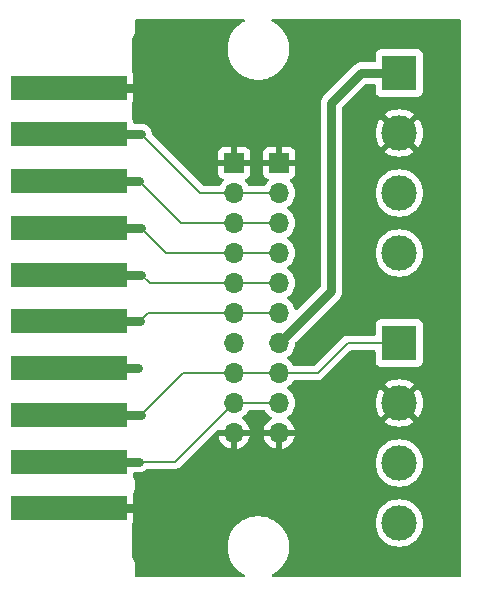
<source format=gbl>
G04 #@! TF.GenerationSoftware,KiCad,Pcbnew,8.0.3*
G04 #@! TF.CreationDate,2024-06-20T09:06:03+12:00*
G04 #@! TF.ProjectId,crt_card_edge_adapter,6372745f-6361-4726-945f-656467655f61,rev?*
G04 #@! TF.SameCoordinates,Original*
G04 #@! TF.FileFunction,Copper,L2,Bot*
G04 #@! TF.FilePolarity,Positive*
%FSLAX46Y46*%
G04 Gerber Fmt 4.6, Leading zero omitted, Abs format (unit mm)*
G04 Created by KiCad (PCBNEW 8.0.3) date 2024-06-20 09:06:03*
%MOMM*%
%LPD*%
G01*
G04 APERTURE LIST*
G04 #@! TA.AperFunction,ComponentPad*
%ADD10R,3.000000X3.000000*%
G04 #@! TD*
G04 #@! TA.AperFunction,ComponentPad*
%ADD11C,3.000000*%
G04 #@! TD*
G04 #@! TA.AperFunction,ConnectorPad*
%ADD12R,9.800000X2.100000*%
G04 #@! TD*
G04 #@! TA.AperFunction,ComponentPad*
%ADD13R,1.700000X1.700000*%
G04 #@! TD*
G04 #@! TA.AperFunction,ComponentPad*
%ADD14O,1.700000X1.700000*%
G04 #@! TD*
G04 #@! TA.AperFunction,ViaPad*
%ADD15C,0.600000*%
G04 #@! TD*
G04 #@! TA.AperFunction,Conductor*
%ADD16C,0.800000*%
G04 #@! TD*
G04 #@! TA.AperFunction,Conductor*
%ADD17C,0.200000*%
G04 #@! TD*
G04 APERTURE END LIST*
D10*
X119380000Y-73660000D03*
D11*
X119380000Y-78740000D03*
X119380000Y-83820000D03*
X119380000Y-88900000D03*
D10*
X119380000Y-96520000D03*
D11*
X119380000Y-101600000D03*
X119380000Y-106680000D03*
X119380000Y-111760000D03*
D12*
X91440000Y-74890000D03*
X91440000Y-78850000D03*
X91440000Y-82810000D03*
X91440000Y-86770000D03*
X91440000Y-90730000D03*
X91440000Y-94690000D03*
X91440000Y-98650000D03*
X91440000Y-102610000D03*
X91440000Y-106570000D03*
X91440000Y-110530000D03*
D13*
X105410000Y-81280000D03*
D14*
X105410000Y-83820000D03*
X105410000Y-86360000D03*
X105410000Y-88900000D03*
X105410000Y-91440000D03*
X105410000Y-93980000D03*
X105410000Y-96520000D03*
X105410000Y-99060000D03*
X105410000Y-101600000D03*
X105410000Y-104140000D03*
D13*
X109220000Y-81280000D03*
D14*
X109220000Y-83820000D03*
X109220000Y-86360000D03*
X109220000Y-88900000D03*
X109220000Y-91440000D03*
X109220000Y-93980000D03*
X109220000Y-96520000D03*
X109220000Y-99060000D03*
X109220000Y-101600000D03*
X109220000Y-104140000D03*
D15*
X97282000Y-110530000D03*
X97536000Y-74930000D03*
X97231200Y-98602800D03*
X97536000Y-90728800D03*
X97383600Y-82804000D03*
X97536000Y-78841600D03*
X97485200Y-102616000D03*
X97485200Y-86766400D03*
X97434400Y-94691200D03*
X97332800Y-106578400D03*
D16*
X91440000Y-74890000D02*
X97496000Y-74890000D01*
X97282000Y-110530000D02*
X91440000Y-110530000D01*
X109220000Y-96520000D02*
X113639600Y-92100400D01*
X97184000Y-98650000D02*
X97231200Y-98602800D01*
X113639600Y-76200000D02*
X116179600Y-73660000D01*
X116179600Y-73660000D02*
X119380000Y-73660000D01*
X91440000Y-98650000D02*
X97184000Y-98650000D01*
X113639600Y-92100400D02*
X113639600Y-76200000D01*
D17*
X98247200Y-91440000D02*
X97536000Y-90728800D01*
D16*
X91440000Y-90730000D02*
X97534800Y-90730000D01*
X97534800Y-90730000D02*
X97536000Y-90728800D01*
D17*
X105410000Y-91440000D02*
X98247200Y-91440000D01*
X105410000Y-91440000D02*
X109220000Y-91440000D01*
X105410000Y-86360000D02*
X100939600Y-86360000D01*
D16*
X91440000Y-82810000D02*
X97377600Y-82810000D01*
D17*
X100939600Y-86360000D02*
X97383600Y-82804000D01*
X109220000Y-86360000D02*
X105410000Y-86360000D01*
D16*
X97377600Y-82810000D02*
X97383600Y-82804000D01*
D17*
X105410000Y-83820000D02*
X102514400Y-83820000D01*
X102514400Y-83820000D02*
X97536000Y-78841600D01*
D16*
X97527600Y-78850000D02*
X97536000Y-78841600D01*
D17*
X109220000Y-83820000D02*
X105410000Y-83820000D01*
D16*
X91440000Y-78850000D02*
X97527600Y-78850000D01*
X97485200Y-102616000D02*
X97479200Y-102610000D01*
D17*
X105410000Y-99060000D02*
X101041200Y-99060000D01*
D16*
X91440000Y-102610000D02*
X97479200Y-102610000D01*
D17*
X109220000Y-99060000D02*
X112471200Y-99060000D01*
X112471200Y-99060000D02*
X115011200Y-96520000D01*
X101041200Y-99060000D02*
X97485200Y-102616000D01*
X105410000Y-99060000D02*
X109220000Y-99060000D01*
X115011200Y-96520000D02*
X119380000Y-96520000D01*
D16*
X91440000Y-86770000D02*
X97481600Y-86770000D01*
X97481600Y-86770000D02*
X97485200Y-86766400D01*
D17*
X109220000Y-88900000D02*
X105410000Y-88900000D01*
X99618800Y-88900000D02*
X97485200Y-86766400D01*
X105410000Y-88900000D02*
X99618800Y-88900000D01*
X98145600Y-93980000D02*
X97434400Y-94691200D01*
X105410000Y-93980000D02*
X109220000Y-93980000D01*
X105410000Y-93980000D02*
X98145600Y-93980000D01*
D16*
X91440000Y-94690000D02*
X97434400Y-94691200D01*
X97434400Y-94691200D02*
X97435600Y-94690000D01*
D17*
X105410000Y-101600000D02*
X100431600Y-106578400D01*
X100431600Y-106578400D02*
X97332800Y-106578400D01*
X105410000Y-101600000D02*
X109220000Y-101600000D01*
D16*
X97332800Y-106578400D02*
X97324400Y-106570000D01*
X91440000Y-106570000D02*
X97324400Y-106570000D01*
G04 #@! TA.AperFunction,Conductor*
G36*
X106262155Y-69100185D02*
G01*
X106307910Y-69152989D01*
X106317854Y-69222147D01*
X106288829Y-69285703D01*
X106248918Y-69316220D01*
X106182109Y-69348393D01*
X105934795Y-69503791D01*
X105706435Y-69685901D01*
X105499901Y-69892435D01*
X105317791Y-70120795D01*
X105162393Y-70368109D01*
X105035665Y-70631261D01*
X104939197Y-70906953D01*
X104939196Y-70906955D01*
X104874202Y-71191714D01*
X104874199Y-71191728D01*
X104841500Y-71481952D01*
X104841500Y-71774047D01*
X104874199Y-72064271D01*
X104874201Y-72064283D01*
X104874202Y-72064286D01*
X104885122Y-72112128D01*
X104939196Y-72349044D01*
X104939197Y-72349046D01*
X105035665Y-72624738D01*
X105162393Y-72887890D01*
X105162395Y-72887893D01*
X105317792Y-73135206D01*
X105499902Y-73363565D01*
X105706435Y-73570098D01*
X105934794Y-73752208D01*
X106182107Y-73907605D01*
X106445263Y-74034335D01*
X106720955Y-74130803D01*
X107005714Y-74195798D01*
X107005723Y-74195799D01*
X107005728Y-74195800D01*
X107199210Y-74217599D01*
X107295953Y-74228499D01*
X107295956Y-74228500D01*
X107295959Y-74228500D01*
X107588044Y-74228500D01*
X107588045Y-74228499D01*
X107736371Y-74211787D01*
X107878271Y-74195800D01*
X107878274Y-74195799D01*
X107878286Y-74195798D01*
X108163045Y-74130803D01*
X108438737Y-74034335D01*
X108701893Y-73907605D01*
X108949206Y-73752208D01*
X109177565Y-73570098D01*
X109384098Y-73363565D01*
X109566208Y-73135206D01*
X109721605Y-72887893D01*
X109848335Y-72624737D01*
X109944803Y-72349045D01*
X110009798Y-72064286D01*
X110042500Y-71774041D01*
X110042500Y-71481959D01*
X110009798Y-71191714D01*
X109944803Y-70906955D01*
X109848335Y-70631263D01*
X109766917Y-70462198D01*
X109721606Y-70368109D01*
X109721605Y-70368107D01*
X109566208Y-70120794D01*
X109384098Y-69892435D01*
X109177565Y-69685902D01*
X108949206Y-69503792D01*
X108701893Y-69348395D01*
X108701890Y-69348393D01*
X108635082Y-69316220D01*
X108583223Y-69269397D01*
X108564910Y-69201970D01*
X108585958Y-69135346D01*
X108639684Y-69090678D01*
X108688884Y-69080500D01*
X124470500Y-69080500D01*
X124537539Y-69100185D01*
X124583294Y-69152989D01*
X124594500Y-69204500D01*
X124594500Y-116215500D01*
X124574815Y-116282539D01*
X124522011Y-116328294D01*
X124470500Y-116339500D01*
X108688884Y-116339500D01*
X108621845Y-116319815D01*
X108576090Y-116267011D01*
X108566146Y-116197853D01*
X108595171Y-116134297D01*
X108635082Y-116103780D01*
X108663431Y-116090127D01*
X108701893Y-116071605D01*
X108949206Y-115916208D01*
X109177565Y-115734098D01*
X109384098Y-115527565D01*
X109566208Y-115299206D01*
X109721605Y-115051893D01*
X109848335Y-114788737D01*
X109944803Y-114513045D01*
X110009798Y-114228286D01*
X110042500Y-113938041D01*
X110042500Y-113645959D01*
X110020109Y-113447226D01*
X110009800Y-113355728D01*
X110009799Y-113355723D01*
X110009798Y-113355714D01*
X109944803Y-113070955D01*
X109848335Y-112795263D01*
X109721605Y-112532107D01*
X109566208Y-112284794D01*
X109384098Y-112056435D01*
X109177565Y-111849902D01*
X109064829Y-111759998D01*
X117374390Y-111759998D01*
X117374390Y-111760001D01*
X117394804Y-112045433D01*
X117455628Y-112325037D01*
X117555635Y-112593166D01*
X117692770Y-112844309D01*
X117692775Y-112844317D01*
X117864254Y-113073387D01*
X117864270Y-113073405D01*
X118066594Y-113275729D01*
X118066612Y-113275745D01*
X118295682Y-113447224D01*
X118295690Y-113447229D01*
X118546833Y-113584364D01*
X118546832Y-113584364D01*
X118546836Y-113584365D01*
X118546839Y-113584367D01*
X118814954Y-113684369D01*
X118814960Y-113684370D01*
X118814962Y-113684371D01*
X119094566Y-113745195D01*
X119094568Y-113745195D01*
X119094572Y-113745196D01*
X119348220Y-113763337D01*
X119379999Y-113765610D01*
X119380000Y-113765610D01*
X119380001Y-113765610D01*
X119408595Y-113763564D01*
X119665428Y-113745196D01*
X119945046Y-113684369D01*
X120213161Y-113584367D01*
X120464315Y-113447226D01*
X120693395Y-113275739D01*
X120895739Y-113073395D01*
X121067226Y-112844315D01*
X121204367Y-112593161D01*
X121304369Y-112325046D01*
X121365196Y-112045428D01*
X121385610Y-111760000D01*
X121365196Y-111474572D01*
X121324870Y-111289197D01*
X121304371Y-111194962D01*
X121304370Y-111194960D01*
X121304369Y-111194954D01*
X121204367Y-110926839D01*
X121067226Y-110675685D01*
X121067224Y-110675682D01*
X120895745Y-110446612D01*
X120895729Y-110446594D01*
X120693405Y-110244270D01*
X120693387Y-110244254D01*
X120464317Y-110072775D01*
X120464309Y-110072770D01*
X120213166Y-109935635D01*
X120213167Y-109935635D01*
X120105915Y-109895632D01*
X119945046Y-109835631D01*
X119945043Y-109835630D01*
X119945037Y-109835628D01*
X119665433Y-109774804D01*
X119380001Y-109754390D01*
X119379999Y-109754390D01*
X119094566Y-109774804D01*
X118814962Y-109835628D01*
X118546833Y-109935635D01*
X118295690Y-110072770D01*
X118295682Y-110072775D01*
X118066612Y-110244254D01*
X118066594Y-110244270D01*
X117864270Y-110446594D01*
X117864254Y-110446612D01*
X117692775Y-110675682D01*
X117692770Y-110675690D01*
X117555635Y-110926833D01*
X117455628Y-111194962D01*
X117394804Y-111474566D01*
X117374390Y-111759998D01*
X109064829Y-111759998D01*
X108949206Y-111667792D01*
X108701893Y-111512395D01*
X108701890Y-111512393D01*
X108438738Y-111385665D01*
X108163046Y-111289197D01*
X108163044Y-111289196D01*
X107943280Y-111239036D01*
X107878286Y-111224202D01*
X107878283Y-111224201D01*
X107878271Y-111224199D01*
X107588047Y-111191500D01*
X107588041Y-111191500D01*
X107295959Y-111191500D01*
X107295952Y-111191500D01*
X107005728Y-111224199D01*
X107005714Y-111224202D01*
X106720955Y-111289196D01*
X106720953Y-111289197D01*
X106445261Y-111385665D01*
X106182109Y-111512393D01*
X105934795Y-111667791D01*
X105706435Y-111849901D01*
X105499901Y-112056435D01*
X105317791Y-112284795D01*
X105162393Y-112532109D01*
X105035665Y-112795261D01*
X104939197Y-113070953D01*
X104939196Y-113070955D01*
X104874202Y-113355714D01*
X104874199Y-113355728D01*
X104841500Y-113645952D01*
X104841500Y-113938047D01*
X104874199Y-114228271D01*
X104874202Y-114228285D01*
X104939196Y-114513044D01*
X104939197Y-114513046D01*
X105035665Y-114788738D01*
X105162393Y-115051890D01*
X105162395Y-115051893D01*
X105317792Y-115299206D01*
X105499902Y-115527565D01*
X105706435Y-115734098D01*
X105934794Y-115916208D01*
X106182107Y-116071605D01*
X106182109Y-116071606D01*
X106248918Y-116103780D01*
X106300777Y-116150603D01*
X106319090Y-116218030D01*
X106298042Y-116284654D01*
X106244316Y-116329322D01*
X106195116Y-116339500D01*
X97144500Y-116339500D01*
X97077461Y-116319815D01*
X97031706Y-116267011D01*
X97020500Y-116215500D01*
X97020500Y-115373398D01*
X97017612Y-115353308D01*
X96990157Y-115162362D01*
X96939695Y-114990500D01*
X96930094Y-114957801D01*
X96930089Y-114957789D01*
X96841528Y-114763866D01*
X96841519Y-114763850D01*
X96793685Y-114689419D01*
X96774000Y-114622379D01*
X96774000Y-111869537D01*
X96781818Y-111826203D01*
X96833597Y-111687376D01*
X96833598Y-111687372D01*
X96839999Y-111627844D01*
X96840000Y-111627827D01*
X96840000Y-110780000D01*
X96774000Y-110780000D01*
X96774000Y-110280000D01*
X96840000Y-110280000D01*
X96840000Y-109432172D01*
X96839999Y-109432155D01*
X96833598Y-109372627D01*
X96833598Y-109372626D01*
X96831548Y-109367130D01*
X96826561Y-109297438D01*
X96837242Y-109267501D01*
X96911301Y-109122153D01*
X96983799Y-108899026D01*
X97020500Y-108667305D01*
X97020500Y-108432695D01*
X96983799Y-108200974D01*
X96916353Y-107993395D01*
X96911302Y-107977849D01*
X96876129Y-107908818D01*
X96837550Y-107833104D01*
X96824655Y-107764436D01*
X96831854Y-107733478D01*
X96834091Y-107727483D01*
X96840500Y-107667873D01*
X96840500Y-107594500D01*
X96860185Y-107527461D01*
X96912989Y-107481706D01*
X96964500Y-107470500D01*
X97189666Y-107470500D01*
X97213858Y-107472883D01*
X97244106Y-107478900D01*
X97244108Y-107478900D01*
X97421493Y-107478900D01*
X97421494Y-107478899D01*
X97595466Y-107444294D01*
X97759346Y-107376412D01*
X97906835Y-107277863D01*
X97969480Y-107215217D01*
X98030801Y-107181734D01*
X98057160Y-107178900D01*
X100344931Y-107178900D01*
X100344947Y-107178901D01*
X100352543Y-107178901D01*
X100510654Y-107178901D01*
X100510657Y-107178901D01*
X100663385Y-107137977D01*
X100713504Y-107109039D01*
X100800316Y-107058920D01*
X100912120Y-106947116D01*
X100912120Y-106947114D01*
X100922328Y-106936907D01*
X100922329Y-106936904D01*
X101179235Y-106679998D01*
X117374390Y-106679998D01*
X117374390Y-106680001D01*
X117394804Y-106965433D01*
X117455628Y-107245037D01*
X117455630Y-107245043D01*
X117455631Y-107245046D01*
X117529947Y-107444294D01*
X117555635Y-107513166D01*
X117692770Y-107764309D01*
X117692775Y-107764317D01*
X117864254Y-107993387D01*
X117864270Y-107993405D01*
X118066594Y-108195729D01*
X118066612Y-108195745D01*
X118295682Y-108367224D01*
X118295690Y-108367229D01*
X118546833Y-108504364D01*
X118546832Y-108504364D01*
X118546836Y-108504365D01*
X118546839Y-108504367D01*
X118814954Y-108604369D01*
X118814960Y-108604370D01*
X118814962Y-108604371D01*
X119094566Y-108665195D01*
X119094568Y-108665195D01*
X119094572Y-108665196D01*
X119348220Y-108683337D01*
X119379999Y-108685610D01*
X119380000Y-108685610D01*
X119380001Y-108685610D01*
X119408595Y-108683564D01*
X119665428Y-108665196D01*
X119945046Y-108604369D01*
X120213161Y-108504367D01*
X120464315Y-108367226D01*
X120693395Y-108195739D01*
X120895739Y-107993395D01*
X121067226Y-107764315D01*
X121204367Y-107513161D01*
X121304369Y-107245046D01*
X121365196Y-106965428D01*
X121385610Y-106680000D01*
X121365196Y-106394572D01*
X121304369Y-106114954D01*
X121204367Y-105846839D01*
X121163493Y-105771985D01*
X121067229Y-105595690D01*
X121067224Y-105595682D01*
X120895745Y-105366612D01*
X120895729Y-105366594D01*
X120693405Y-105164270D01*
X120693387Y-105164254D01*
X120464317Y-104992775D01*
X120464309Y-104992770D01*
X120213166Y-104855635D01*
X120213167Y-104855635D01*
X120105915Y-104815632D01*
X119945046Y-104755631D01*
X119945043Y-104755630D01*
X119945037Y-104755628D01*
X119665433Y-104694804D01*
X119380001Y-104674390D01*
X119379999Y-104674390D01*
X119094566Y-104694804D01*
X118814962Y-104755628D01*
X118546833Y-104855635D01*
X118295690Y-104992770D01*
X118295682Y-104992775D01*
X118066612Y-105164254D01*
X118066594Y-105164270D01*
X117864270Y-105366594D01*
X117864254Y-105366612D01*
X117692775Y-105595682D01*
X117692770Y-105595690D01*
X117555635Y-105846833D01*
X117455628Y-106114962D01*
X117394804Y-106394566D01*
X117374390Y-106679998D01*
X101179235Y-106679998D01*
X103932916Y-103926318D01*
X103994238Y-103892834D01*
X104020596Y-103890000D01*
X104976988Y-103890000D01*
X104944075Y-103947007D01*
X104910000Y-104074174D01*
X104910000Y-104205826D01*
X104944075Y-104332993D01*
X104976988Y-104390000D01*
X104079364Y-104390000D01*
X104136567Y-104603486D01*
X104136570Y-104603492D01*
X104236399Y-104817578D01*
X104371894Y-105011082D01*
X104538917Y-105178105D01*
X104732421Y-105313600D01*
X104946507Y-105413429D01*
X104946516Y-105413433D01*
X105160000Y-105470634D01*
X105160000Y-104573012D01*
X105217007Y-104605925D01*
X105344174Y-104640000D01*
X105475826Y-104640000D01*
X105602993Y-104605925D01*
X105660000Y-104573012D01*
X105660000Y-105470633D01*
X105873483Y-105413433D01*
X105873492Y-105413429D01*
X106087578Y-105313600D01*
X106281082Y-105178105D01*
X106448105Y-105011082D01*
X106583600Y-104817578D01*
X106683429Y-104603492D01*
X106683432Y-104603486D01*
X106740636Y-104390000D01*
X105843012Y-104390000D01*
X105875925Y-104332993D01*
X105910000Y-104205826D01*
X105910000Y-104074174D01*
X105875925Y-103947007D01*
X105843012Y-103890000D01*
X106740636Y-103890000D01*
X106740635Y-103889999D01*
X106683432Y-103676513D01*
X106683429Y-103676507D01*
X106583600Y-103462422D01*
X106583599Y-103462420D01*
X106448113Y-103268926D01*
X106448108Y-103268920D01*
X106281078Y-103101890D01*
X106095405Y-102971879D01*
X106051780Y-102917302D01*
X106044588Y-102847804D01*
X106076110Y-102785449D01*
X106095406Y-102768730D01*
X106281401Y-102638495D01*
X106448495Y-102471401D01*
X106584035Y-102277830D01*
X106586707Y-102272097D01*
X106632878Y-102219658D01*
X106699091Y-102200500D01*
X107930909Y-102200500D01*
X107997948Y-102220185D01*
X108043292Y-102272097D01*
X108045965Y-102277830D01*
X108045966Y-102277831D01*
X108181501Y-102471395D01*
X108181506Y-102471402D01*
X108348597Y-102638493D01*
X108348603Y-102638498D01*
X108534594Y-102768730D01*
X108578219Y-102823307D01*
X108585413Y-102892805D01*
X108553890Y-102955160D01*
X108534595Y-102971880D01*
X108348922Y-103101890D01*
X108348920Y-103101891D01*
X108181891Y-103268920D01*
X108181886Y-103268926D01*
X108046400Y-103462420D01*
X108046399Y-103462422D01*
X107946570Y-103676507D01*
X107946567Y-103676513D01*
X107889364Y-103889999D01*
X107889364Y-103890000D01*
X108786988Y-103890000D01*
X108754075Y-103947007D01*
X108720000Y-104074174D01*
X108720000Y-104205826D01*
X108754075Y-104332993D01*
X108786988Y-104390000D01*
X107889364Y-104390000D01*
X107946567Y-104603486D01*
X107946570Y-104603492D01*
X108046399Y-104817578D01*
X108181894Y-105011082D01*
X108348917Y-105178105D01*
X108542421Y-105313600D01*
X108756507Y-105413429D01*
X108756516Y-105413433D01*
X108970000Y-105470634D01*
X108970000Y-104573012D01*
X109027007Y-104605925D01*
X109154174Y-104640000D01*
X109285826Y-104640000D01*
X109412993Y-104605925D01*
X109470000Y-104573012D01*
X109470000Y-105470633D01*
X109683483Y-105413433D01*
X109683492Y-105413429D01*
X109897578Y-105313600D01*
X110091082Y-105178105D01*
X110258105Y-105011082D01*
X110393600Y-104817578D01*
X110493429Y-104603492D01*
X110493432Y-104603486D01*
X110550636Y-104390000D01*
X109653012Y-104390000D01*
X109685925Y-104332993D01*
X109720000Y-104205826D01*
X109720000Y-104074174D01*
X109685925Y-103947007D01*
X109653012Y-103890000D01*
X110550636Y-103890000D01*
X110550635Y-103889999D01*
X110493432Y-103676513D01*
X110493429Y-103676507D01*
X110393600Y-103462422D01*
X110393599Y-103462420D01*
X110258113Y-103268926D01*
X110258108Y-103268920D01*
X110091078Y-103101890D01*
X109905405Y-102971879D01*
X109861780Y-102917302D01*
X109854588Y-102847804D01*
X109886110Y-102785449D01*
X109905406Y-102768730D01*
X110091401Y-102638495D01*
X110258495Y-102471401D01*
X110394035Y-102277830D01*
X110493903Y-102063663D01*
X110555063Y-101835408D01*
X110575659Y-101600000D01*
X110575659Y-101599998D01*
X117374891Y-101599998D01*
X117374891Y-101600001D01*
X117395300Y-101885362D01*
X117456109Y-102164895D01*
X117556091Y-102432958D01*
X117693191Y-102684038D01*
X117693196Y-102684046D01*
X117799882Y-102826561D01*
X117799883Y-102826562D01*
X118694767Y-101931677D01*
X118706497Y-101959995D01*
X118789670Y-102084472D01*
X118895528Y-102190330D01*
X119020005Y-102273503D01*
X119048320Y-102285231D01*
X118153436Y-103180115D01*
X118295960Y-103286807D01*
X118295961Y-103286808D01*
X118547042Y-103423908D01*
X118547041Y-103423908D01*
X118815104Y-103523890D01*
X119094637Y-103584699D01*
X119379999Y-103605109D01*
X119380001Y-103605109D01*
X119665362Y-103584699D01*
X119944895Y-103523890D01*
X120212958Y-103423908D01*
X120464047Y-103286803D01*
X120606561Y-103180116D01*
X120606562Y-103180115D01*
X119711679Y-102285231D01*
X119739995Y-102273503D01*
X119864472Y-102190330D01*
X119970330Y-102084472D01*
X120053503Y-101959995D01*
X120065231Y-101931678D01*
X120960115Y-102826562D01*
X120960116Y-102826561D01*
X121066803Y-102684047D01*
X121203908Y-102432958D01*
X121303890Y-102164895D01*
X121364699Y-101885362D01*
X121385109Y-101600001D01*
X121385109Y-101599998D01*
X121364699Y-101314637D01*
X121303890Y-101035104D01*
X121203908Y-100767041D01*
X121066808Y-100515961D01*
X121066807Y-100515960D01*
X120960115Y-100373436D01*
X120065231Y-101268320D01*
X120053503Y-101240005D01*
X119970330Y-101115528D01*
X119864472Y-101009670D01*
X119739995Y-100926497D01*
X119711678Y-100914767D01*
X120606562Y-100019883D01*
X120606561Y-100019882D01*
X120464046Y-99913196D01*
X120464038Y-99913191D01*
X120212957Y-99776091D01*
X120212958Y-99776091D01*
X119944895Y-99676109D01*
X119665362Y-99615300D01*
X119380001Y-99594891D01*
X119379999Y-99594891D01*
X119094637Y-99615300D01*
X118815104Y-99676109D01*
X118547041Y-99776091D01*
X118295961Y-99913191D01*
X118295953Y-99913196D01*
X118153437Y-100019882D01*
X118153436Y-100019883D01*
X119048321Y-100914767D01*
X119020005Y-100926497D01*
X118895528Y-101009670D01*
X118789670Y-101115528D01*
X118706497Y-101240005D01*
X118694768Y-101268321D01*
X117799883Y-100373436D01*
X117799882Y-100373437D01*
X117693196Y-100515953D01*
X117693191Y-100515961D01*
X117556091Y-100767041D01*
X117456109Y-101035104D01*
X117395300Y-101314637D01*
X117374891Y-101599998D01*
X110575659Y-101599998D01*
X110555063Y-101364592D01*
X110493903Y-101136337D01*
X110394035Y-100922171D01*
X110394034Y-100922169D01*
X110258494Y-100728597D01*
X110091402Y-100561506D01*
X110091396Y-100561501D01*
X109905842Y-100431575D01*
X109862217Y-100376998D01*
X109855023Y-100307500D01*
X109886546Y-100245145D01*
X109905842Y-100228425D01*
X109954876Y-100194091D01*
X110091401Y-100098495D01*
X110258495Y-99931401D01*
X110394035Y-99737830D01*
X110396707Y-99732097D01*
X110442878Y-99679658D01*
X110509091Y-99660500D01*
X112384531Y-99660500D01*
X112384547Y-99660501D01*
X112392143Y-99660501D01*
X112550254Y-99660501D01*
X112550257Y-99660501D01*
X112702985Y-99619577D01*
X112753104Y-99590639D01*
X112839916Y-99540520D01*
X112951720Y-99428716D01*
X112951720Y-99428714D01*
X112961928Y-99418507D01*
X112961929Y-99418504D01*
X115223616Y-97156819D01*
X115284939Y-97123334D01*
X115311297Y-97120500D01*
X117255501Y-97120500D01*
X117322540Y-97140185D01*
X117368295Y-97192989D01*
X117379501Y-97244500D01*
X117379501Y-98067876D01*
X117385908Y-98127483D01*
X117436202Y-98262328D01*
X117436206Y-98262335D01*
X117522452Y-98377544D01*
X117522455Y-98377547D01*
X117637664Y-98463793D01*
X117637671Y-98463797D01*
X117772517Y-98514091D01*
X117772516Y-98514091D01*
X117779444Y-98514835D01*
X117832127Y-98520500D01*
X120927872Y-98520499D01*
X120987483Y-98514091D01*
X121122331Y-98463796D01*
X121237546Y-98377546D01*
X121323796Y-98262331D01*
X121374091Y-98127483D01*
X121380500Y-98067873D01*
X121380499Y-94972128D01*
X121374091Y-94912517D01*
X121351296Y-94851401D01*
X121323797Y-94777671D01*
X121323793Y-94777664D01*
X121237547Y-94662455D01*
X121237544Y-94662452D01*
X121122335Y-94576206D01*
X121122328Y-94576202D01*
X120987482Y-94525908D01*
X120987483Y-94525908D01*
X120927883Y-94519501D01*
X120927881Y-94519500D01*
X120927873Y-94519500D01*
X120927864Y-94519500D01*
X117832129Y-94519500D01*
X117832123Y-94519501D01*
X117772516Y-94525908D01*
X117637671Y-94576202D01*
X117637664Y-94576206D01*
X117522455Y-94662452D01*
X117522452Y-94662455D01*
X117436206Y-94777664D01*
X117436202Y-94777671D01*
X117385908Y-94912517D01*
X117381593Y-94952658D01*
X117379501Y-94972123D01*
X117379500Y-94972135D01*
X117379500Y-95795500D01*
X117359815Y-95862539D01*
X117307011Y-95908294D01*
X117255500Y-95919500D01*
X114932140Y-95919500D01*
X114891219Y-95930464D01*
X114891219Y-95930465D01*
X114853951Y-95940451D01*
X114779414Y-95960423D01*
X114779409Y-95960426D01*
X114642490Y-96039475D01*
X114642482Y-96039481D01*
X114530678Y-96151286D01*
X112258784Y-98423181D01*
X112197461Y-98456666D01*
X112171103Y-98459500D01*
X110509091Y-98459500D01*
X110442052Y-98439815D01*
X110396711Y-98387909D01*
X110394037Y-98382175D01*
X110394034Y-98382170D01*
X110390796Y-98377546D01*
X110310125Y-98262335D01*
X110258494Y-98188597D01*
X110091402Y-98021506D01*
X110091396Y-98021501D01*
X109905842Y-97891575D01*
X109862217Y-97836998D01*
X109855023Y-97767500D01*
X109886546Y-97705145D01*
X109905842Y-97688425D01*
X110016019Y-97611278D01*
X110091401Y-97558495D01*
X110258495Y-97391401D01*
X110394035Y-97197830D01*
X110493903Y-96983663D01*
X110555063Y-96755408D01*
X110575659Y-96520000D01*
X110574088Y-96502052D01*
X110587853Y-96433555D01*
X110609932Y-96403566D01*
X114339063Y-92674436D01*
X114358774Y-92644937D01*
X114437613Y-92526947D01*
X114505494Y-92363066D01*
X114540100Y-92189091D01*
X114540100Y-88899998D01*
X117374390Y-88899998D01*
X117374390Y-88900001D01*
X117394804Y-89185433D01*
X117455628Y-89465037D01*
X117455630Y-89465043D01*
X117455631Y-89465046D01*
X117497698Y-89577831D01*
X117555635Y-89733166D01*
X117692770Y-89984309D01*
X117692775Y-89984317D01*
X117864254Y-90213387D01*
X117864270Y-90213405D01*
X118066594Y-90415729D01*
X118066612Y-90415745D01*
X118295682Y-90587224D01*
X118295690Y-90587229D01*
X118546833Y-90724364D01*
X118546832Y-90724364D01*
X118546836Y-90724365D01*
X118546839Y-90724367D01*
X118814954Y-90824369D01*
X118814960Y-90824370D01*
X118814962Y-90824371D01*
X119094566Y-90885195D01*
X119094568Y-90885195D01*
X119094572Y-90885196D01*
X119348220Y-90903337D01*
X119379999Y-90905610D01*
X119380000Y-90905610D01*
X119380001Y-90905610D01*
X119408595Y-90903564D01*
X119665428Y-90885196D01*
X119945046Y-90824369D01*
X120213161Y-90724367D01*
X120464315Y-90587226D01*
X120693395Y-90415739D01*
X120895739Y-90213395D01*
X121067226Y-89984315D01*
X121204367Y-89733161D01*
X121304369Y-89465046D01*
X121305559Y-89459575D01*
X121365195Y-89185433D01*
X121365195Y-89185432D01*
X121365196Y-89185428D01*
X121385610Y-88900000D01*
X121365196Y-88614572D01*
X121326423Y-88436337D01*
X121304371Y-88334962D01*
X121304370Y-88334960D01*
X121304369Y-88334954D01*
X121204367Y-88066839D01*
X121201905Y-88062331D01*
X121067229Y-87815690D01*
X121067224Y-87815682D01*
X120895745Y-87586612D01*
X120895729Y-87586594D01*
X120693405Y-87384270D01*
X120693387Y-87384254D01*
X120464317Y-87212775D01*
X120464309Y-87212770D01*
X120213166Y-87075635D01*
X120213167Y-87075635D01*
X120096442Y-87032099D01*
X119945046Y-86975631D01*
X119945043Y-86975630D01*
X119945037Y-86975628D01*
X119665433Y-86914804D01*
X119380001Y-86894390D01*
X119379999Y-86894390D01*
X119094566Y-86914804D01*
X118814962Y-86975628D01*
X118546833Y-87075635D01*
X118295690Y-87212770D01*
X118295682Y-87212775D01*
X118066612Y-87384254D01*
X118066594Y-87384270D01*
X117864270Y-87586594D01*
X117864254Y-87586612D01*
X117692775Y-87815682D01*
X117692770Y-87815690D01*
X117555635Y-88066833D01*
X117455628Y-88334962D01*
X117394804Y-88614566D01*
X117374390Y-88899998D01*
X114540100Y-88899998D01*
X114540100Y-83819998D01*
X117374390Y-83819998D01*
X117374390Y-83820001D01*
X117394804Y-84105433D01*
X117455628Y-84385037D01*
X117455630Y-84385043D01*
X117455631Y-84385046D01*
X117497698Y-84497831D01*
X117555635Y-84653166D01*
X117692770Y-84904309D01*
X117692775Y-84904317D01*
X117864254Y-85133387D01*
X117864270Y-85133405D01*
X118066594Y-85335729D01*
X118066612Y-85335745D01*
X118295682Y-85507224D01*
X118295690Y-85507229D01*
X118546833Y-85644364D01*
X118546832Y-85644364D01*
X118546836Y-85644365D01*
X118546839Y-85644367D01*
X118814954Y-85744369D01*
X118814960Y-85744370D01*
X118814962Y-85744371D01*
X119094566Y-85805195D01*
X119094568Y-85805195D01*
X119094572Y-85805196D01*
X119348220Y-85823337D01*
X119379999Y-85825610D01*
X119380000Y-85825610D01*
X119380001Y-85825610D01*
X119408595Y-85823564D01*
X119665428Y-85805196D01*
X119945046Y-85744369D01*
X120213161Y-85644367D01*
X120464315Y-85507226D01*
X120693395Y-85335739D01*
X120895739Y-85133395D01*
X121067226Y-84904315D01*
X121204367Y-84653161D01*
X121304369Y-84385046D01*
X121322044Y-84303796D01*
X121365195Y-84105433D01*
X121365195Y-84105432D01*
X121365196Y-84105428D01*
X121385610Y-83820000D01*
X121365196Y-83534572D01*
X121326423Y-83356337D01*
X121304371Y-83254962D01*
X121304370Y-83254960D01*
X121304369Y-83254954D01*
X121204367Y-82986839D01*
X121183486Y-82948599D01*
X121067229Y-82735690D01*
X121067224Y-82735682D01*
X120895745Y-82506612D01*
X120895729Y-82506594D01*
X120693405Y-82304270D01*
X120693387Y-82304254D01*
X120464317Y-82132775D01*
X120464309Y-82132770D01*
X120213166Y-81995635D01*
X120213167Y-81995635D01*
X120105915Y-81955632D01*
X119945046Y-81895631D01*
X119945043Y-81895630D01*
X119945037Y-81895628D01*
X119665433Y-81834804D01*
X119380001Y-81814390D01*
X119379999Y-81814390D01*
X119094566Y-81834804D01*
X118814962Y-81895628D01*
X118546833Y-81995635D01*
X118295690Y-82132770D01*
X118295682Y-82132775D01*
X118066612Y-82304254D01*
X118066594Y-82304270D01*
X117864270Y-82506594D01*
X117864254Y-82506612D01*
X117692775Y-82735682D01*
X117692770Y-82735690D01*
X117555635Y-82986833D01*
X117455628Y-83254962D01*
X117394804Y-83534566D01*
X117374390Y-83819998D01*
X114540100Y-83819998D01*
X114540100Y-78739998D01*
X117374891Y-78739998D01*
X117374891Y-78740001D01*
X117395300Y-79025362D01*
X117456109Y-79304895D01*
X117556091Y-79572958D01*
X117693191Y-79824038D01*
X117693196Y-79824046D01*
X117799882Y-79966561D01*
X117799883Y-79966562D01*
X118694767Y-79071677D01*
X118706497Y-79099995D01*
X118789670Y-79224472D01*
X118895528Y-79330330D01*
X119020005Y-79413503D01*
X119048320Y-79425231D01*
X118153436Y-80320115D01*
X118295960Y-80426807D01*
X118295961Y-80426808D01*
X118547042Y-80563908D01*
X118547041Y-80563908D01*
X118815104Y-80663890D01*
X119094637Y-80724699D01*
X119379999Y-80745109D01*
X119380001Y-80745109D01*
X119665362Y-80724699D01*
X119944895Y-80663890D01*
X120212958Y-80563908D01*
X120464047Y-80426803D01*
X120606561Y-80320116D01*
X120606562Y-80320115D01*
X119711679Y-79425231D01*
X119739995Y-79413503D01*
X119864472Y-79330330D01*
X119970330Y-79224472D01*
X120053503Y-79099995D01*
X120065231Y-79071678D01*
X120960115Y-79966562D01*
X120960116Y-79966561D01*
X121066803Y-79824047D01*
X121203908Y-79572958D01*
X121303890Y-79304895D01*
X121364699Y-79025362D01*
X121385109Y-78740001D01*
X121385109Y-78739998D01*
X121364699Y-78454637D01*
X121303890Y-78175104D01*
X121203908Y-77907041D01*
X121066808Y-77655961D01*
X121066807Y-77655960D01*
X120960115Y-77513436D01*
X120065231Y-78408320D01*
X120053503Y-78380005D01*
X119970330Y-78255528D01*
X119864472Y-78149670D01*
X119739995Y-78066497D01*
X119711678Y-78054767D01*
X120606562Y-77159883D01*
X120606561Y-77159882D01*
X120464046Y-77053196D01*
X120464038Y-77053191D01*
X120212957Y-76916091D01*
X120212958Y-76916091D01*
X119944895Y-76816109D01*
X119665362Y-76755300D01*
X119380001Y-76734891D01*
X119379999Y-76734891D01*
X119094637Y-76755300D01*
X118815104Y-76816109D01*
X118547041Y-76916091D01*
X118295961Y-77053191D01*
X118295953Y-77053196D01*
X118153437Y-77159882D01*
X118153436Y-77159883D01*
X119048321Y-78054767D01*
X119020005Y-78066497D01*
X118895528Y-78149670D01*
X118789670Y-78255528D01*
X118706497Y-78380005D01*
X118694768Y-78408321D01*
X117799883Y-77513436D01*
X117799882Y-77513437D01*
X117693196Y-77655953D01*
X117693191Y-77655961D01*
X117556091Y-77907041D01*
X117456109Y-78175104D01*
X117395300Y-78454637D01*
X117374891Y-78739998D01*
X114540100Y-78739998D01*
X114540100Y-76624361D01*
X114559785Y-76557322D01*
X114576419Y-76536680D01*
X116516280Y-74596819D01*
X116577603Y-74563334D01*
X116603961Y-74560500D01*
X117255501Y-74560500D01*
X117322540Y-74580185D01*
X117368295Y-74632989D01*
X117379501Y-74684500D01*
X117379501Y-75207876D01*
X117385908Y-75267483D01*
X117436202Y-75402328D01*
X117436206Y-75402335D01*
X117522452Y-75517544D01*
X117522455Y-75517547D01*
X117637664Y-75603793D01*
X117637671Y-75603797D01*
X117772517Y-75654091D01*
X117772516Y-75654091D01*
X117779444Y-75654835D01*
X117832127Y-75660500D01*
X120927872Y-75660499D01*
X120987483Y-75654091D01*
X121122331Y-75603796D01*
X121237546Y-75517546D01*
X121323796Y-75402331D01*
X121374091Y-75267483D01*
X121380500Y-75207873D01*
X121380499Y-72112128D01*
X121374091Y-72052517D01*
X121323796Y-71917669D01*
X121323795Y-71917668D01*
X121323793Y-71917664D01*
X121237547Y-71802455D01*
X121237544Y-71802452D01*
X121122335Y-71716206D01*
X121122328Y-71716202D01*
X120987482Y-71665908D01*
X120987483Y-71665908D01*
X120927883Y-71659501D01*
X120927881Y-71659500D01*
X120927873Y-71659500D01*
X120927864Y-71659500D01*
X117832129Y-71659500D01*
X117832123Y-71659501D01*
X117772516Y-71665908D01*
X117637671Y-71716202D01*
X117637664Y-71716206D01*
X117522455Y-71802452D01*
X117522452Y-71802455D01*
X117436206Y-71917664D01*
X117436202Y-71917671D01*
X117385908Y-72052517D01*
X117379501Y-72112116D01*
X117379501Y-72112123D01*
X117379500Y-72112135D01*
X117379500Y-72635500D01*
X117359815Y-72702539D01*
X117307011Y-72748294D01*
X117255500Y-72759500D01*
X116090906Y-72759500D01*
X115916941Y-72794103D01*
X115916932Y-72794106D01*
X115753059Y-72861983D01*
X115753046Y-72861990D01*
X115605566Y-72960534D01*
X115605564Y-72960537D01*
X112940140Y-75625958D01*
X112940134Y-75625965D01*
X112917061Y-75660498D01*
X112917061Y-75660499D01*
X112841585Y-75773455D01*
X112807646Y-75855393D01*
X112773706Y-75937329D01*
X112773703Y-75937341D01*
X112739100Y-76111303D01*
X112739100Y-91676038D01*
X112719415Y-91743077D01*
X112702781Y-91763719D01*
X110742190Y-93724309D01*
X110680867Y-93757794D01*
X110611175Y-93752810D01*
X110555242Y-93710938D01*
X110534734Y-93668721D01*
X110493905Y-93516344D01*
X110493904Y-93516343D01*
X110493903Y-93516337D01*
X110394035Y-93302171D01*
X110394034Y-93302169D01*
X110258494Y-93108597D01*
X110091402Y-92941506D01*
X110091396Y-92941501D01*
X109905842Y-92811575D01*
X109862217Y-92756998D01*
X109855023Y-92687500D01*
X109886546Y-92625145D01*
X109905842Y-92608425D01*
X110022214Y-92526940D01*
X110091401Y-92478495D01*
X110258495Y-92311401D01*
X110394035Y-92117830D01*
X110493903Y-91903663D01*
X110555063Y-91675408D01*
X110575659Y-91440000D01*
X110555063Y-91204592D01*
X110493903Y-90976337D01*
X110394035Y-90762171D01*
X110394034Y-90762169D01*
X110258494Y-90568597D01*
X110091402Y-90401506D01*
X110091396Y-90401501D01*
X109905842Y-90271575D01*
X109862217Y-90216998D01*
X109855023Y-90147500D01*
X109886546Y-90085145D01*
X109905842Y-90068425D01*
X109961667Y-90029336D01*
X110091401Y-89938495D01*
X110258495Y-89771401D01*
X110394035Y-89577830D01*
X110493903Y-89363663D01*
X110555063Y-89135408D01*
X110575659Y-88900000D01*
X110555063Y-88664592D01*
X110493903Y-88436337D01*
X110394035Y-88222171D01*
X110394034Y-88222169D01*
X110258494Y-88028597D01*
X110091402Y-87861506D01*
X110091396Y-87861501D01*
X109905842Y-87731575D01*
X109862217Y-87676998D01*
X109855023Y-87607500D01*
X109886546Y-87545145D01*
X109905842Y-87528425D01*
X109928026Y-87512891D01*
X110091401Y-87398495D01*
X110258495Y-87231401D01*
X110394035Y-87037830D01*
X110493903Y-86823663D01*
X110555063Y-86595408D01*
X110575659Y-86360000D01*
X110555063Y-86124592D01*
X110493903Y-85896337D01*
X110394035Y-85682171D01*
X110394034Y-85682169D01*
X110258494Y-85488597D01*
X110091402Y-85321506D01*
X110091396Y-85321501D01*
X109905842Y-85191575D01*
X109862217Y-85136998D01*
X109855023Y-85067500D01*
X109886546Y-85005145D01*
X109905842Y-84988425D01*
X110025963Y-84904315D01*
X110091401Y-84858495D01*
X110258495Y-84691401D01*
X110394035Y-84497830D01*
X110493903Y-84283663D01*
X110555063Y-84055408D01*
X110575659Y-83820000D01*
X110555063Y-83584592D01*
X110493903Y-83356337D01*
X110394035Y-83142171D01*
X110394034Y-83142169D01*
X110258496Y-82948600D01*
X110201480Y-82891584D01*
X110136179Y-82826283D01*
X110102696Y-82764963D01*
X110107680Y-82695271D01*
X110149551Y-82639337D01*
X110180529Y-82622422D01*
X110312086Y-82573354D01*
X110312093Y-82573350D01*
X110427187Y-82487190D01*
X110427190Y-82487187D01*
X110513350Y-82372093D01*
X110513354Y-82372086D01*
X110563596Y-82237379D01*
X110563598Y-82237372D01*
X110569999Y-82177844D01*
X110570000Y-82177827D01*
X110570000Y-81530000D01*
X109653012Y-81530000D01*
X109685925Y-81472993D01*
X109720000Y-81345826D01*
X109720000Y-81214174D01*
X109685925Y-81087007D01*
X109653012Y-81030000D01*
X110570000Y-81030000D01*
X110570000Y-80382172D01*
X110569999Y-80382155D01*
X110563598Y-80322627D01*
X110563596Y-80322620D01*
X110513354Y-80187913D01*
X110513350Y-80187906D01*
X110427190Y-80072812D01*
X110427187Y-80072809D01*
X110312093Y-79986649D01*
X110312086Y-79986645D01*
X110177379Y-79936403D01*
X110177372Y-79936401D01*
X110117844Y-79930000D01*
X109470000Y-79930000D01*
X109470000Y-80846988D01*
X109412993Y-80814075D01*
X109285826Y-80780000D01*
X109154174Y-80780000D01*
X109027007Y-80814075D01*
X108970000Y-80846988D01*
X108970000Y-79930000D01*
X108322155Y-79930000D01*
X108262627Y-79936401D01*
X108262620Y-79936403D01*
X108127913Y-79986645D01*
X108127906Y-79986649D01*
X108012812Y-80072809D01*
X108012809Y-80072812D01*
X107926649Y-80187906D01*
X107926645Y-80187913D01*
X107876403Y-80322620D01*
X107876401Y-80322627D01*
X107870000Y-80382155D01*
X107870000Y-81030000D01*
X108786988Y-81030000D01*
X108754075Y-81087007D01*
X108720000Y-81214174D01*
X108720000Y-81345826D01*
X108754075Y-81472993D01*
X108786988Y-81530000D01*
X107870000Y-81530000D01*
X107870000Y-82177844D01*
X107876401Y-82237372D01*
X107876403Y-82237379D01*
X107926645Y-82372086D01*
X107926649Y-82372093D01*
X108012809Y-82487187D01*
X108012812Y-82487190D01*
X108127906Y-82573350D01*
X108127913Y-82573354D01*
X108259470Y-82622421D01*
X108315403Y-82664292D01*
X108339821Y-82729756D01*
X108324970Y-82798029D01*
X108303819Y-82826284D01*
X108181503Y-82948600D01*
X108045965Y-83142170D01*
X108045962Y-83142175D01*
X108043289Y-83147909D01*
X107997115Y-83200346D01*
X107930909Y-83219500D01*
X106699091Y-83219500D01*
X106632052Y-83199815D01*
X106586711Y-83147909D01*
X106584037Y-83142175D01*
X106584034Y-83142170D01*
X106584033Y-83142169D01*
X106448495Y-82948599D01*
X106326179Y-82826283D01*
X106292696Y-82764963D01*
X106297680Y-82695271D01*
X106339551Y-82639337D01*
X106370529Y-82622422D01*
X106502086Y-82573354D01*
X106502093Y-82573350D01*
X106617187Y-82487190D01*
X106617190Y-82487187D01*
X106703350Y-82372093D01*
X106703354Y-82372086D01*
X106753596Y-82237379D01*
X106753598Y-82237372D01*
X106759999Y-82177844D01*
X106760000Y-82177827D01*
X106760000Y-81530000D01*
X105843012Y-81530000D01*
X105875925Y-81472993D01*
X105910000Y-81345826D01*
X105910000Y-81214174D01*
X105875925Y-81087007D01*
X105843012Y-81030000D01*
X106760000Y-81030000D01*
X106760000Y-80382172D01*
X106759999Y-80382155D01*
X106753598Y-80322627D01*
X106753596Y-80322620D01*
X106703354Y-80187913D01*
X106703350Y-80187906D01*
X106617190Y-80072812D01*
X106617187Y-80072809D01*
X106502093Y-79986649D01*
X106502086Y-79986645D01*
X106367379Y-79936403D01*
X106367372Y-79936401D01*
X106307844Y-79930000D01*
X105660000Y-79930000D01*
X105660000Y-80846988D01*
X105602993Y-80814075D01*
X105475826Y-80780000D01*
X105344174Y-80780000D01*
X105217007Y-80814075D01*
X105160000Y-80846988D01*
X105160000Y-79930000D01*
X104512155Y-79930000D01*
X104452627Y-79936401D01*
X104452620Y-79936403D01*
X104317913Y-79986645D01*
X104317906Y-79986649D01*
X104202812Y-80072809D01*
X104202809Y-80072812D01*
X104116649Y-80187906D01*
X104116645Y-80187913D01*
X104066403Y-80322620D01*
X104066401Y-80322627D01*
X104060000Y-80382155D01*
X104060000Y-81030000D01*
X104976988Y-81030000D01*
X104944075Y-81087007D01*
X104910000Y-81214174D01*
X104910000Y-81345826D01*
X104944075Y-81472993D01*
X104976988Y-81530000D01*
X104060000Y-81530000D01*
X104060000Y-82177844D01*
X104066401Y-82237372D01*
X104066403Y-82237379D01*
X104116645Y-82372086D01*
X104116649Y-82372093D01*
X104202809Y-82487187D01*
X104202812Y-82487190D01*
X104317906Y-82573350D01*
X104317913Y-82573354D01*
X104449470Y-82622421D01*
X104505403Y-82664292D01*
X104529821Y-82729756D01*
X104514970Y-82798029D01*
X104493819Y-82826284D01*
X104371503Y-82948600D01*
X104235965Y-83142170D01*
X104235962Y-83142175D01*
X104233289Y-83147909D01*
X104187115Y-83200346D01*
X104120909Y-83219500D01*
X102814498Y-83219500D01*
X102747459Y-83199815D01*
X102726817Y-83183181D01*
X98472819Y-78929183D01*
X98439334Y-78867860D01*
X98436500Y-78841502D01*
X98436500Y-78752906D01*
X98436499Y-78752904D01*
X98401895Y-78578941D01*
X98401894Y-78578934D01*
X98334012Y-78415054D01*
X98334010Y-78415051D01*
X98334008Y-78415047D01*
X98235463Y-78267565D01*
X98235460Y-78267561D01*
X98110038Y-78142139D01*
X98110034Y-78142136D01*
X97962552Y-78043591D01*
X97962542Y-78043586D01*
X97798666Y-77975706D01*
X97798658Y-77975704D01*
X97624694Y-77941100D01*
X97624691Y-77941100D01*
X97447308Y-77941100D01*
X97447306Y-77941100D01*
X97417058Y-77947117D01*
X97392866Y-77949500D01*
X96964499Y-77949500D01*
X96897460Y-77929815D01*
X96851705Y-77877011D01*
X96840499Y-77825500D01*
X96840499Y-77752129D01*
X96840498Y-77752123D01*
X96834091Y-77692516D01*
X96781818Y-77552364D01*
X96774000Y-77509031D01*
X96774000Y-76229537D01*
X96781818Y-76186203D01*
X96833597Y-76047376D01*
X96833598Y-76047372D01*
X96839999Y-75987844D01*
X96840000Y-75987827D01*
X96840000Y-75140000D01*
X96774000Y-75140000D01*
X96774000Y-74640000D01*
X96840000Y-74640000D01*
X96840000Y-73792172D01*
X96839999Y-73792155D01*
X96833598Y-73732627D01*
X96833596Y-73732620D01*
X96781818Y-73593794D01*
X96774000Y-73550461D01*
X96774000Y-70797619D01*
X96793685Y-70730580D01*
X96841522Y-70656145D01*
X96930091Y-70462207D01*
X96990157Y-70257638D01*
X97020500Y-70046603D01*
X97020500Y-69940000D01*
X97020500Y-69874108D01*
X97020500Y-69204500D01*
X97040185Y-69137461D01*
X97092989Y-69091706D01*
X97144500Y-69080500D01*
X106195116Y-69080500D01*
X106262155Y-69100185D01*
G37*
G04 #@! TD.AperFunction*
M02*

</source>
